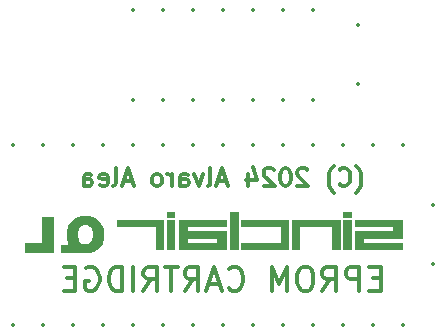
<source format=gbo>
%TF.GenerationSoftware,KiCad,Pcbnew,8.0.6+1*%
%TF.CreationDate,2024-12-12T19:09:17+01:00*%
%TF.ProjectId,short,73686f72-742e-46b6-9963-61645f706362,0*%
%TF.SameCoordinates,Original*%
%TF.FileFunction,Legend,Bot*%
%TF.FilePolarity,Positive*%
%FSLAX46Y46*%
G04 Gerber Fmt 4.6, Leading zero omitted, Abs format (unit mm)*
G04 Created by KiCad (PCBNEW 8.0.6+1) date 2024-12-12 19:09:17*
%MOMM*%
%LPD*%
G01*
G04 APERTURE LIST*
%ADD10C,0.100000*%
%ADD11C,0.300000*%
%ADD12C,0.350000*%
%ADD13C,0.350000*%
G04 APERTURE END LIST*
D10*
X77194611Y-121671713D02*
X76572320Y-121671713D01*
X76572320Y-121230490D01*
X77194611Y-121230490D01*
X77194611Y-121671713D01*
G36*
X77194611Y-121671713D02*
G01*
X76572320Y-121671713D01*
X76572320Y-121230490D01*
X77194611Y-121230490D01*
X77194611Y-121671713D01*
G37*
X92126262Y-124415030D02*
X91502936Y-124415030D01*
X91502936Y-121943411D01*
X92126262Y-121943411D01*
X92126262Y-124415030D01*
G36*
X92126262Y-124415030D02*
G01*
X91502936Y-124415030D01*
X91502936Y-121943411D01*
X92126262Y-121943411D01*
X92126262Y-124415030D01*
G37*
G36*
X67589400Y-124002800D02*
G01*
X69697600Y-124002800D01*
X69697600Y-124714000D01*
X67589400Y-124714000D01*
X67589400Y-124002800D01*
G37*
X82549824Y-124415030D02*
X81910004Y-124415030D01*
X81910004Y-121230459D01*
X82549824Y-121230459D01*
X82549824Y-124415030D01*
G36*
X82549824Y-124415030D02*
G01*
X81910004Y-124415030D01*
X81910004Y-121230459D01*
X82549824Y-121230459D01*
X82549824Y-124415030D01*
G37*
X91235613Y-124415030D02*
X90516911Y-124415030D01*
X90516911Y-122428000D01*
X87782333Y-122428000D01*
X87782333Y-124415030D01*
X87151276Y-124415030D01*
X87151276Y-121943411D01*
X91235613Y-121943411D01*
X91235613Y-124415030D01*
G36*
X91235613Y-124415030D02*
G01*
X90516911Y-124415030D01*
X90516911Y-122428000D01*
X87782333Y-122428000D01*
X87782333Y-124415030D01*
X87151276Y-124415030D01*
X87151276Y-121943411D01*
X91235613Y-121943411D01*
X91235613Y-124415030D01*
G37*
X92126262Y-121671713D02*
X91502936Y-121671713D01*
X91502936Y-121230490D01*
X92126262Y-121230490D01*
X92126262Y-121671713D01*
G36*
X92126262Y-121671713D02*
G01*
X91502936Y-121671713D01*
X91502936Y-121230490D01*
X92126262Y-121230490D01*
X92126262Y-121671713D01*
G37*
X86804898Y-124415030D02*
X82804019Y-124414999D01*
X82803999Y-123883383D01*
X86178398Y-123883383D01*
X86178398Y-122428000D01*
X82804000Y-122428000D01*
X82804000Y-121943411D01*
X86804898Y-121943411D01*
X86804898Y-124415030D01*
G36*
X86804898Y-124415030D02*
G01*
X82804019Y-124414999D01*
X82803999Y-123883383D01*
X86178398Y-123883383D01*
X86178398Y-122428000D01*
X82804000Y-122428000D01*
X82804000Y-121943411D01*
X86804898Y-121943411D01*
X86804898Y-124415030D01*
G37*
X96434066Y-123415854D02*
X95401457Y-123435354D01*
X93181371Y-123415854D01*
X93181371Y-123883383D01*
X96434066Y-123883383D01*
X96434066Y-124414999D01*
X92446660Y-124414999D01*
X92446660Y-122889944D01*
X95723980Y-122889944D01*
X95723980Y-122427969D01*
X92446660Y-122427969D01*
X92446660Y-121943381D01*
X96434066Y-121943381D01*
X96434066Y-123415854D01*
G36*
X96434066Y-123415854D02*
G01*
X95401457Y-123435354D01*
X93181371Y-123415854D01*
X93181371Y-123883383D01*
X96434066Y-123883383D01*
X96434066Y-124414999D01*
X92446660Y-124414999D01*
X92446660Y-122889944D01*
X95723980Y-122889944D01*
X95723980Y-122427969D01*
X92446660Y-122427969D01*
X92446660Y-121943381D01*
X96434066Y-121943381D01*
X96434066Y-123415854D01*
G37*
X81550652Y-122428000D02*
X78237607Y-122428000D01*
X78237607Y-122889975D01*
X81550652Y-122889975D01*
X81556052Y-123541250D01*
X81550652Y-124415030D01*
X78237607Y-124415030D01*
X77554482Y-124415030D01*
X77554482Y-123883383D01*
X78237607Y-123883383D01*
X80796891Y-123883383D01*
X80796891Y-123415884D01*
X78237607Y-123415884D01*
X78237607Y-123883383D01*
X77554482Y-123883383D01*
X77554482Y-121943411D01*
X81550652Y-121943411D01*
X81550652Y-122428000D01*
G36*
X81550652Y-122428000D02*
G01*
X78237607Y-122428000D01*
X78237607Y-122889975D01*
X81550652Y-122889975D01*
X81556052Y-123541250D01*
X81550652Y-124415030D01*
X78237607Y-124415030D01*
X77554482Y-124415030D01*
X77554482Y-123883383D01*
X78237607Y-123883383D01*
X80796891Y-123883383D01*
X80796891Y-123415884D01*
X78237607Y-123415884D01*
X78237607Y-123883383D01*
X77554482Y-123883383D01*
X77554482Y-121943411D01*
X81550652Y-121943411D01*
X81550652Y-122428000D01*
G37*
X77194611Y-124415030D02*
X76572320Y-124415030D01*
X76572320Y-121943411D01*
X77194611Y-121943411D01*
X77194611Y-124415030D01*
G36*
X77194611Y-124415030D02*
G01*
X76572320Y-124415030D01*
X76572320Y-121943411D01*
X77194611Y-121943411D01*
X77194611Y-124415030D01*
G37*
X76265553Y-124415030D02*
X75634497Y-124415030D01*
X75634497Y-122428000D01*
X72340750Y-122428000D01*
X72340750Y-121943411D01*
X76265555Y-121943411D01*
X76265553Y-124415030D01*
G36*
X76265553Y-124415030D02*
G01*
X75634497Y-124415030D01*
X75634497Y-122428000D01*
X72340750Y-122428000D01*
X72340750Y-121943411D01*
X76265555Y-121943411D01*
X76265553Y-124415030D01*
G37*
D11*
X92601426Y-119613757D02*
X92672855Y-119542328D01*
X92672855Y-119542328D02*
X92815712Y-119328042D01*
X92815712Y-119328042D02*
X92887141Y-119185185D01*
X92887141Y-119185185D02*
X92958569Y-118970900D01*
X92958569Y-118970900D02*
X93029998Y-118613757D01*
X93029998Y-118613757D02*
X93029998Y-118328042D01*
X93029998Y-118328042D02*
X92958569Y-117970900D01*
X92958569Y-117970900D02*
X92887141Y-117756614D01*
X92887141Y-117756614D02*
X92815712Y-117613757D01*
X92815712Y-117613757D02*
X92672855Y-117399471D01*
X92672855Y-117399471D02*
X92601426Y-117328042D01*
X91172855Y-118899471D02*
X91244283Y-118970900D01*
X91244283Y-118970900D02*
X91458569Y-119042328D01*
X91458569Y-119042328D02*
X91601426Y-119042328D01*
X91601426Y-119042328D02*
X91815712Y-118970900D01*
X91815712Y-118970900D02*
X91958569Y-118828042D01*
X91958569Y-118828042D02*
X92029998Y-118685185D01*
X92029998Y-118685185D02*
X92101426Y-118399471D01*
X92101426Y-118399471D02*
X92101426Y-118185185D01*
X92101426Y-118185185D02*
X92029998Y-117899471D01*
X92029998Y-117899471D02*
X91958569Y-117756614D01*
X91958569Y-117756614D02*
X91815712Y-117613757D01*
X91815712Y-117613757D02*
X91601426Y-117542328D01*
X91601426Y-117542328D02*
X91458569Y-117542328D01*
X91458569Y-117542328D02*
X91244283Y-117613757D01*
X91244283Y-117613757D02*
X91172855Y-117685185D01*
X90672855Y-119613757D02*
X90601426Y-119542328D01*
X90601426Y-119542328D02*
X90458569Y-119328042D01*
X90458569Y-119328042D02*
X90387141Y-119185185D01*
X90387141Y-119185185D02*
X90315712Y-118970900D01*
X90315712Y-118970900D02*
X90244283Y-118613757D01*
X90244283Y-118613757D02*
X90244283Y-118328042D01*
X90244283Y-118328042D02*
X90315712Y-117970900D01*
X90315712Y-117970900D02*
X90387141Y-117756614D01*
X90387141Y-117756614D02*
X90458569Y-117613757D01*
X90458569Y-117613757D02*
X90601426Y-117399471D01*
X90601426Y-117399471D02*
X90672855Y-117328042D01*
X88458569Y-117685185D02*
X88387141Y-117613757D01*
X88387141Y-117613757D02*
X88244284Y-117542328D01*
X88244284Y-117542328D02*
X87887141Y-117542328D01*
X87887141Y-117542328D02*
X87744284Y-117613757D01*
X87744284Y-117613757D02*
X87672855Y-117685185D01*
X87672855Y-117685185D02*
X87601426Y-117828042D01*
X87601426Y-117828042D02*
X87601426Y-117970900D01*
X87601426Y-117970900D02*
X87672855Y-118185185D01*
X87672855Y-118185185D02*
X88529998Y-119042328D01*
X88529998Y-119042328D02*
X87601426Y-119042328D01*
X86672855Y-117542328D02*
X86529998Y-117542328D01*
X86529998Y-117542328D02*
X86387141Y-117613757D01*
X86387141Y-117613757D02*
X86315713Y-117685185D01*
X86315713Y-117685185D02*
X86244284Y-117828042D01*
X86244284Y-117828042D02*
X86172855Y-118113757D01*
X86172855Y-118113757D02*
X86172855Y-118470900D01*
X86172855Y-118470900D02*
X86244284Y-118756614D01*
X86244284Y-118756614D02*
X86315713Y-118899471D01*
X86315713Y-118899471D02*
X86387141Y-118970900D01*
X86387141Y-118970900D02*
X86529998Y-119042328D01*
X86529998Y-119042328D02*
X86672855Y-119042328D01*
X86672855Y-119042328D02*
X86815713Y-118970900D01*
X86815713Y-118970900D02*
X86887141Y-118899471D01*
X86887141Y-118899471D02*
X86958570Y-118756614D01*
X86958570Y-118756614D02*
X87029998Y-118470900D01*
X87029998Y-118470900D02*
X87029998Y-118113757D01*
X87029998Y-118113757D02*
X86958570Y-117828042D01*
X86958570Y-117828042D02*
X86887141Y-117685185D01*
X86887141Y-117685185D02*
X86815713Y-117613757D01*
X86815713Y-117613757D02*
X86672855Y-117542328D01*
X85601427Y-117685185D02*
X85529999Y-117613757D01*
X85529999Y-117613757D02*
X85387142Y-117542328D01*
X85387142Y-117542328D02*
X85029999Y-117542328D01*
X85029999Y-117542328D02*
X84887142Y-117613757D01*
X84887142Y-117613757D02*
X84815713Y-117685185D01*
X84815713Y-117685185D02*
X84744284Y-117828042D01*
X84744284Y-117828042D02*
X84744284Y-117970900D01*
X84744284Y-117970900D02*
X84815713Y-118185185D01*
X84815713Y-118185185D02*
X85672856Y-119042328D01*
X85672856Y-119042328D02*
X84744284Y-119042328D01*
X83458571Y-118042328D02*
X83458571Y-119042328D01*
X83815713Y-117470900D02*
X84172856Y-118542328D01*
X84172856Y-118542328D02*
X83244285Y-118542328D01*
X81601428Y-118613757D02*
X80887143Y-118613757D01*
X81744285Y-119042328D02*
X81244285Y-117542328D01*
X81244285Y-117542328D02*
X80744285Y-119042328D01*
X80030000Y-119042328D02*
X80172857Y-118970900D01*
X80172857Y-118970900D02*
X80244286Y-118828042D01*
X80244286Y-118828042D02*
X80244286Y-117542328D01*
X79601429Y-118042328D02*
X79244286Y-119042328D01*
X79244286Y-119042328D02*
X78887143Y-118042328D01*
X77672858Y-119042328D02*
X77672858Y-118256614D01*
X77672858Y-118256614D02*
X77744286Y-118113757D01*
X77744286Y-118113757D02*
X77887143Y-118042328D01*
X77887143Y-118042328D02*
X78172858Y-118042328D01*
X78172858Y-118042328D02*
X78315715Y-118113757D01*
X77672858Y-118970900D02*
X77815715Y-119042328D01*
X77815715Y-119042328D02*
X78172858Y-119042328D01*
X78172858Y-119042328D02*
X78315715Y-118970900D01*
X78315715Y-118970900D02*
X78387143Y-118828042D01*
X78387143Y-118828042D02*
X78387143Y-118685185D01*
X78387143Y-118685185D02*
X78315715Y-118542328D01*
X78315715Y-118542328D02*
X78172858Y-118470900D01*
X78172858Y-118470900D02*
X77815715Y-118470900D01*
X77815715Y-118470900D02*
X77672858Y-118399471D01*
X76958572Y-119042328D02*
X76958572Y-118042328D01*
X76958572Y-118328042D02*
X76887143Y-118185185D01*
X76887143Y-118185185D02*
X76815715Y-118113757D01*
X76815715Y-118113757D02*
X76672857Y-118042328D01*
X76672857Y-118042328D02*
X76530000Y-118042328D01*
X75815715Y-119042328D02*
X75958572Y-118970900D01*
X75958572Y-118970900D02*
X76030001Y-118899471D01*
X76030001Y-118899471D02*
X76101429Y-118756614D01*
X76101429Y-118756614D02*
X76101429Y-118328042D01*
X76101429Y-118328042D02*
X76030001Y-118185185D01*
X76030001Y-118185185D02*
X75958572Y-118113757D01*
X75958572Y-118113757D02*
X75815715Y-118042328D01*
X75815715Y-118042328D02*
X75601429Y-118042328D01*
X75601429Y-118042328D02*
X75458572Y-118113757D01*
X75458572Y-118113757D02*
X75387144Y-118185185D01*
X75387144Y-118185185D02*
X75315715Y-118328042D01*
X75315715Y-118328042D02*
X75315715Y-118756614D01*
X75315715Y-118756614D02*
X75387144Y-118899471D01*
X75387144Y-118899471D02*
X75458572Y-118970900D01*
X75458572Y-118970900D02*
X75601429Y-119042328D01*
X75601429Y-119042328D02*
X75815715Y-119042328D01*
X73601429Y-118613757D02*
X72887144Y-118613757D01*
X73744286Y-119042328D02*
X73244286Y-117542328D01*
X73244286Y-117542328D02*
X72744286Y-119042328D01*
X72030001Y-119042328D02*
X72172858Y-118970900D01*
X72172858Y-118970900D02*
X72244287Y-118828042D01*
X72244287Y-118828042D02*
X72244287Y-117542328D01*
X70887144Y-118970900D02*
X71030001Y-119042328D01*
X71030001Y-119042328D02*
X71315716Y-119042328D01*
X71315716Y-119042328D02*
X71458573Y-118970900D01*
X71458573Y-118970900D02*
X71530001Y-118828042D01*
X71530001Y-118828042D02*
X71530001Y-118256614D01*
X71530001Y-118256614D02*
X71458573Y-118113757D01*
X71458573Y-118113757D02*
X71315716Y-118042328D01*
X71315716Y-118042328D02*
X71030001Y-118042328D01*
X71030001Y-118042328D02*
X70887144Y-118113757D01*
X70887144Y-118113757D02*
X70815716Y-118256614D01*
X70815716Y-118256614D02*
X70815716Y-118399471D01*
X70815716Y-118399471D02*
X71530001Y-118542328D01*
X69530002Y-119042328D02*
X69530002Y-118256614D01*
X69530002Y-118256614D02*
X69601430Y-118113757D01*
X69601430Y-118113757D02*
X69744287Y-118042328D01*
X69744287Y-118042328D02*
X70030002Y-118042328D01*
X70030002Y-118042328D02*
X70172859Y-118113757D01*
X69530002Y-118970900D02*
X69672859Y-119042328D01*
X69672859Y-119042328D02*
X70030002Y-119042328D01*
X70030002Y-119042328D02*
X70172859Y-118970900D01*
X70172859Y-118970900D02*
X70244287Y-118828042D01*
X70244287Y-118828042D02*
X70244287Y-118685185D01*
X70244287Y-118685185D02*
X70172859Y-118542328D01*
X70172859Y-118542328D02*
X70030002Y-118470900D01*
X70030002Y-118470900D02*
X69672859Y-118470900D01*
X69672859Y-118470900D02*
X69530002Y-118399471D01*
D12*
G36*
X69851690Y-121600446D02*
G01*
X70022702Y-121619920D01*
X70183524Y-121652378D01*
X70334157Y-121697818D01*
X70474601Y-121756242D01*
X70604855Y-121827649D01*
X70724919Y-121912038D01*
X70834794Y-122009411D01*
X70909695Y-122090182D01*
X71018159Y-122237565D01*
X71090196Y-122366960D01*
X71149134Y-122506568D01*
X71194976Y-122656388D01*
X71227720Y-122816420D01*
X71247366Y-122986665D01*
X71253915Y-123167122D01*
X71250617Y-123297182D01*
X71237222Y-123452028D01*
X71213523Y-123598287D01*
X71171483Y-123762464D01*
X71114605Y-123914276D01*
X71042889Y-124053724D01*
X70973566Y-124159898D01*
X70882066Y-124275028D01*
X70763857Y-124392416D01*
X70633305Y-124491572D01*
X70490411Y-124572496D01*
X70402484Y-124610792D01*
X70260289Y-124658663D01*
X70105729Y-124695045D01*
X69938804Y-124719937D01*
X69790255Y-124731905D01*
X69633119Y-124735894D01*
X69539235Y-124734226D01*
X69389258Y-124724033D01*
X69220006Y-124699570D01*
X69062449Y-124661763D01*
X68916588Y-124610612D01*
X68782421Y-124546117D01*
X68699222Y-124496132D01*
X68565801Y-124397306D01*
X68447876Y-124284035D01*
X68345450Y-124156319D01*
X68258520Y-124014157D01*
X68215930Y-123925840D01*
X68162693Y-123782288D01*
X68122233Y-123625444D01*
X68094549Y-123455308D01*
X68081240Y-123303374D01*
X68076804Y-123142210D01*
X68077081Y-123126822D01*
X69057194Y-123126822D01*
X69057816Y-123186729D01*
X69067132Y-123352228D01*
X69092131Y-123518353D01*
X69139335Y-123672661D01*
X69216197Y-123800933D01*
X69247031Y-123833931D01*
X69366558Y-123920485D01*
X69511844Y-123970974D01*
X69664626Y-123985580D01*
X69699339Y-123984842D01*
X69859166Y-123958996D01*
X69996094Y-123896227D01*
X70110125Y-123796536D01*
X70129912Y-123771924D01*
X70203154Y-123636871D01*
X70246557Y-123483444D01*
X70267779Y-123323425D01*
X70273524Y-123167122D01*
X70272880Y-123112525D01*
X70263220Y-122960722D01*
X70237299Y-122806343D01*
X70188355Y-122659877D01*
X70108660Y-122533312D01*
X70087637Y-122510420D01*
X69970071Y-122418113D01*
X69831754Y-122362729D01*
X69672686Y-122344268D01*
X69637613Y-122344995D01*
X69476155Y-122370440D01*
X69337881Y-122432236D01*
X69222791Y-122530381D01*
X69212603Y-122542232D01*
X69135465Y-122668598D01*
X69088891Y-122810701D01*
X69065119Y-122958033D01*
X69057194Y-123126822D01*
X68077081Y-123126822D01*
X68078427Y-123051975D01*
X68091410Y-122879097D01*
X68117376Y-122716340D01*
X68156325Y-122563703D01*
X68208257Y-122421187D01*
X68273172Y-122288793D01*
X68372573Y-122137531D01*
X68492261Y-122002084D01*
X68573087Y-121929147D01*
X68721422Y-121823527D01*
X68852351Y-121753380D01*
X68994180Y-121695987D01*
X69146908Y-121651347D01*
X69310535Y-121619462D01*
X69485062Y-121600331D01*
X69670488Y-121593954D01*
X69851690Y-121600446D01*
G37*
G36*
X66977899Y-121640849D02*
G01*
X65997508Y-121640849D01*
X65997508Y-123891791D01*
X64540844Y-123891791D01*
X64540844Y-124689000D01*
X66977899Y-124689000D01*
X66977899Y-121640849D01*
G37*
X94660952Y-126859419D02*
X93994285Y-126859419D01*
X93708571Y-127907038D02*
X94660952Y-127907038D01*
X94660952Y-127907038D02*
X94660952Y-125907038D01*
X94660952Y-125907038D02*
X93708571Y-125907038D01*
X92851428Y-127907038D02*
X92851428Y-125907038D01*
X92851428Y-125907038D02*
X92089523Y-125907038D01*
X92089523Y-125907038D02*
X91899047Y-126002276D01*
X91899047Y-126002276D02*
X91803809Y-126097514D01*
X91803809Y-126097514D02*
X91708571Y-126287990D01*
X91708571Y-126287990D02*
X91708571Y-126573704D01*
X91708571Y-126573704D02*
X91803809Y-126764180D01*
X91803809Y-126764180D02*
X91899047Y-126859419D01*
X91899047Y-126859419D02*
X92089523Y-126954657D01*
X92089523Y-126954657D02*
X92851428Y-126954657D01*
X89708571Y-127907038D02*
X90375238Y-126954657D01*
X90851428Y-127907038D02*
X90851428Y-125907038D01*
X90851428Y-125907038D02*
X90089523Y-125907038D01*
X90089523Y-125907038D02*
X89899047Y-126002276D01*
X89899047Y-126002276D02*
X89803809Y-126097514D01*
X89803809Y-126097514D02*
X89708571Y-126287990D01*
X89708571Y-126287990D02*
X89708571Y-126573704D01*
X89708571Y-126573704D02*
X89803809Y-126764180D01*
X89803809Y-126764180D02*
X89899047Y-126859419D01*
X89899047Y-126859419D02*
X90089523Y-126954657D01*
X90089523Y-126954657D02*
X90851428Y-126954657D01*
X88470476Y-125907038D02*
X88089523Y-125907038D01*
X88089523Y-125907038D02*
X87899047Y-126002276D01*
X87899047Y-126002276D02*
X87708571Y-126192752D01*
X87708571Y-126192752D02*
X87613333Y-126573704D01*
X87613333Y-126573704D02*
X87613333Y-127240371D01*
X87613333Y-127240371D02*
X87708571Y-127621323D01*
X87708571Y-127621323D02*
X87899047Y-127811800D01*
X87899047Y-127811800D02*
X88089523Y-127907038D01*
X88089523Y-127907038D02*
X88470476Y-127907038D01*
X88470476Y-127907038D02*
X88660952Y-127811800D01*
X88660952Y-127811800D02*
X88851428Y-127621323D01*
X88851428Y-127621323D02*
X88946666Y-127240371D01*
X88946666Y-127240371D02*
X88946666Y-126573704D01*
X88946666Y-126573704D02*
X88851428Y-126192752D01*
X88851428Y-126192752D02*
X88660952Y-126002276D01*
X88660952Y-126002276D02*
X88470476Y-125907038D01*
X86756190Y-127907038D02*
X86756190Y-125907038D01*
X86756190Y-125907038D02*
X86089523Y-127335609D01*
X86089523Y-127335609D02*
X85422857Y-125907038D01*
X85422857Y-125907038D02*
X85422857Y-127907038D01*
X81803809Y-127716561D02*
X81899047Y-127811800D01*
X81899047Y-127811800D02*
X82184761Y-127907038D01*
X82184761Y-127907038D02*
X82375237Y-127907038D01*
X82375237Y-127907038D02*
X82660952Y-127811800D01*
X82660952Y-127811800D02*
X82851428Y-127621323D01*
X82851428Y-127621323D02*
X82946666Y-127430847D01*
X82946666Y-127430847D02*
X83041904Y-127049895D01*
X83041904Y-127049895D02*
X83041904Y-126764180D01*
X83041904Y-126764180D02*
X82946666Y-126383228D01*
X82946666Y-126383228D02*
X82851428Y-126192752D01*
X82851428Y-126192752D02*
X82660952Y-126002276D01*
X82660952Y-126002276D02*
X82375237Y-125907038D01*
X82375237Y-125907038D02*
X82184761Y-125907038D01*
X82184761Y-125907038D02*
X81899047Y-126002276D01*
X81899047Y-126002276D02*
X81803809Y-126097514D01*
X81041904Y-127335609D02*
X80089523Y-127335609D01*
X81232380Y-127907038D02*
X80565714Y-125907038D01*
X80565714Y-125907038D02*
X79899047Y-127907038D01*
X78089523Y-127907038D02*
X78756190Y-126954657D01*
X79232380Y-127907038D02*
X79232380Y-125907038D01*
X79232380Y-125907038D02*
X78470475Y-125907038D01*
X78470475Y-125907038D02*
X78279999Y-126002276D01*
X78279999Y-126002276D02*
X78184761Y-126097514D01*
X78184761Y-126097514D02*
X78089523Y-126287990D01*
X78089523Y-126287990D02*
X78089523Y-126573704D01*
X78089523Y-126573704D02*
X78184761Y-126764180D01*
X78184761Y-126764180D02*
X78279999Y-126859419D01*
X78279999Y-126859419D02*
X78470475Y-126954657D01*
X78470475Y-126954657D02*
X79232380Y-126954657D01*
X77518094Y-125907038D02*
X76375237Y-125907038D01*
X76946666Y-127907038D02*
X76946666Y-125907038D01*
X74565713Y-127907038D02*
X75232380Y-126954657D01*
X75708570Y-127907038D02*
X75708570Y-125907038D01*
X75708570Y-125907038D02*
X74946665Y-125907038D01*
X74946665Y-125907038D02*
X74756189Y-126002276D01*
X74756189Y-126002276D02*
X74660951Y-126097514D01*
X74660951Y-126097514D02*
X74565713Y-126287990D01*
X74565713Y-126287990D02*
X74565713Y-126573704D01*
X74565713Y-126573704D02*
X74660951Y-126764180D01*
X74660951Y-126764180D02*
X74756189Y-126859419D01*
X74756189Y-126859419D02*
X74946665Y-126954657D01*
X74946665Y-126954657D02*
X75708570Y-126954657D01*
X73708570Y-127907038D02*
X73708570Y-125907038D01*
X72756189Y-127907038D02*
X72756189Y-125907038D01*
X72756189Y-125907038D02*
X72279999Y-125907038D01*
X72279999Y-125907038D02*
X71994284Y-126002276D01*
X71994284Y-126002276D02*
X71803808Y-126192752D01*
X71803808Y-126192752D02*
X71708570Y-126383228D01*
X71708570Y-126383228D02*
X71613332Y-126764180D01*
X71613332Y-126764180D02*
X71613332Y-127049895D01*
X71613332Y-127049895D02*
X71708570Y-127430847D01*
X71708570Y-127430847D02*
X71803808Y-127621323D01*
X71803808Y-127621323D02*
X71994284Y-127811800D01*
X71994284Y-127811800D02*
X72279999Y-127907038D01*
X72279999Y-127907038D02*
X72756189Y-127907038D01*
X69708570Y-126002276D02*
X69899046Y-125907038D01*
X69899046Y-125907038D02*
X70184760Y-125907038D01*
X70184760Y-125907038D02*
X70470475Y-126002276D01*
X70470475Y-126002276D02*
X70660951Y-126192752D01*
X70660951Y-126192752D02*
X70756189Y-126383228D01*
X70756189Y-126383228D02*
X70851427Y-126764180D01*
X70851427Y-126764180D02*
X70851427Y-127049895D01*
X70851427Y-127049895D02*
X70756189Y-127430847D01*
X70756189Y-127430847D02*
X70660951Y-127621323D01*
X70660951Y-127621323D02*
X70470475Y-127811800D01*
X70470475Y-127811800D02*
X70184760Y-127907038D01*
X70184760Y-127907038D02*
X69994284Y-127907038D01*
X69994284Y-127907038D02*
X69708570Y-127811800D01*
X69708570Y-127811800D02*
X69613332Y-127716561D01*
X69613332Y-127716561D02*
X69613332Y-127049895D01*
X69613332Y-127049895D02*
X69994284Y-127049895D01*
X68756189Y-126859419D02*
X68089522Y-126859419D01*
X67803808Y-127907038D02*
X68756189Y-127907038D01*
X68756189Y-127907038D02*
X68756189Y-125907038D01*
X68756189Y-125907038D02*
X67803808Y-125907038D01*
D13*
X96520000Y-115570000D03*
X93980000Y-115570000D03*
X91440000Y-115570000D03*
X88900000Y-115570000D03*
X86360000Y-115570000D03*
X83820000Y-115570000D03*
X81280000Y-115570000D03*
X78740000Y-115570000D03*
X76200000Y-115570000D03*
X73660000Y-115570000D03*
X71120000Y-115570000D03*
X68580000Y-115570000D03*
X66040000Y-115570000D03*
X63500000Y-115570000D03*
X63500000Y-130810000D03*
X66040000Y-130810000D03*
X68580000Y-130810000D03*
X71120000Y-130810000D03*
X73660000Y-130810000D03*
X76200000Y-130810000D03*
X78740000Y-130810000D03*
X81280000Y-130810000D03*
X83820000Y-130810000D03*
X86360000Y-130810000D03*
X88900000Y-130810000D03*
X91440000Y-130810000D03*
X93980000Y-130810000D03*
X96520000Y-130810000D03*
X92710000Y-110430000D03*
X92710000Y-105430000D03*
X99060000Y-125690000D03*
X99060000Y-120690000D03*
X88900000Y-104160000D03*
X86360000Y-104160000D03*
X83820000Y-104160000D03*
X81280000Y-104160000D03*
X78740000Y-104160000D03*
X76200000Y-104160000D03*
X73660000Y-104160000D03*
X73660000Y-111780000D03*
X76200000Y-111780000D03*
X78740000Y-111780000D03*
X81280000Y-111780000D03*
X83820000Y-111780000D03*
X86360000Y-111780000D03*
X88900000Y-111780000D03*
M02*

</source>
